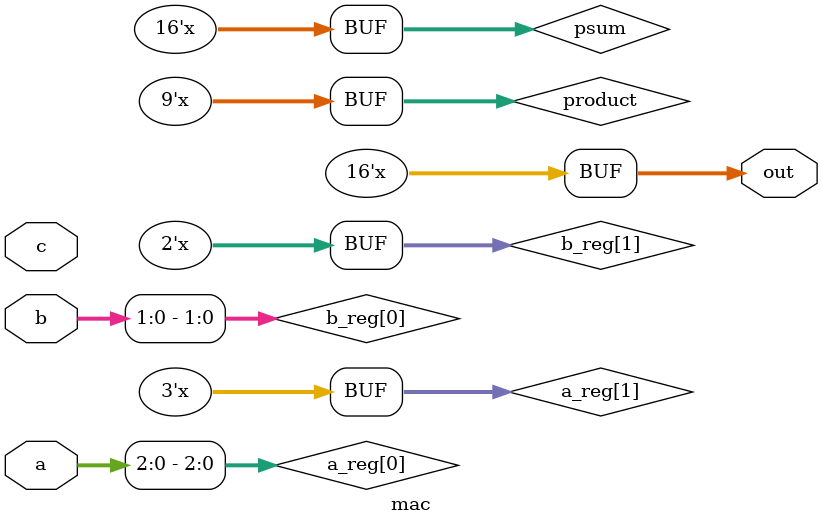
<source format=v>
module mac (out, a, b, c);

parameter bw = 4;
parameter psum_bw = 16;
parameter num_ch = 2;

output signed [psum_bw-1:0] out;
input signed  [bw-1:0] a;  // activation
input signed  [bw-1:0] b;  // weight
input signed  [psum_bw-1:0] c;


wire signed [2*bw:0] product;
wire signed [psum_bw-1:0] psum;
// wire signed [bw:0]   a_pad;

wire signed [(bw/num_ch):0] a_reg[num_ch-1:0];
wire signed [(bw/num_ch)-1:0] b_reg[num_ch-1:0];

assign a_reg[0] = {1'b0, a[3:0]};   // force to be unsigned number
assign a_reg[1] = {1'b0, a[7:4]};   // force to be unsigned number
assign b_reg[0] = b[3:0];
assign b_reg[1] = b[7:4];

assign product = a_reg[0]*b_reg[0] + a_reg[1]*b_reg[1];

// assign a_pad = {1'b0, a}; // force to be unsigned number
// assign product = a_pad * b;

assign psum = product + c;
assign out = psum;

endmodule

</source>
